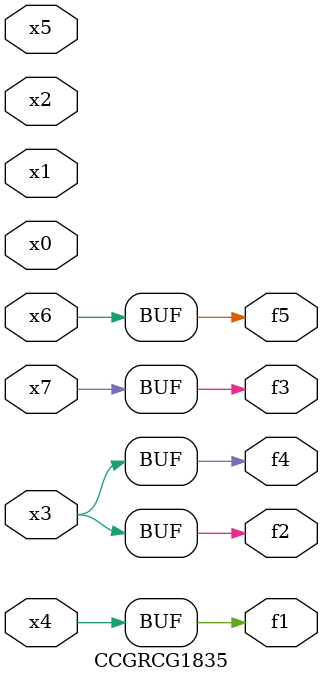
<source format=v>
module CCGRCG1835(
	input x0, x1, x2, x3, x4, x5, x6, x7,
	output f1, f2, f3, f4, f5
);
	assign f1 = x4;
	assign f2 = x3;
	assign f3 = x7;
	assign f4 = x3;
	assign f5 = x6;
endmodule

</source>
